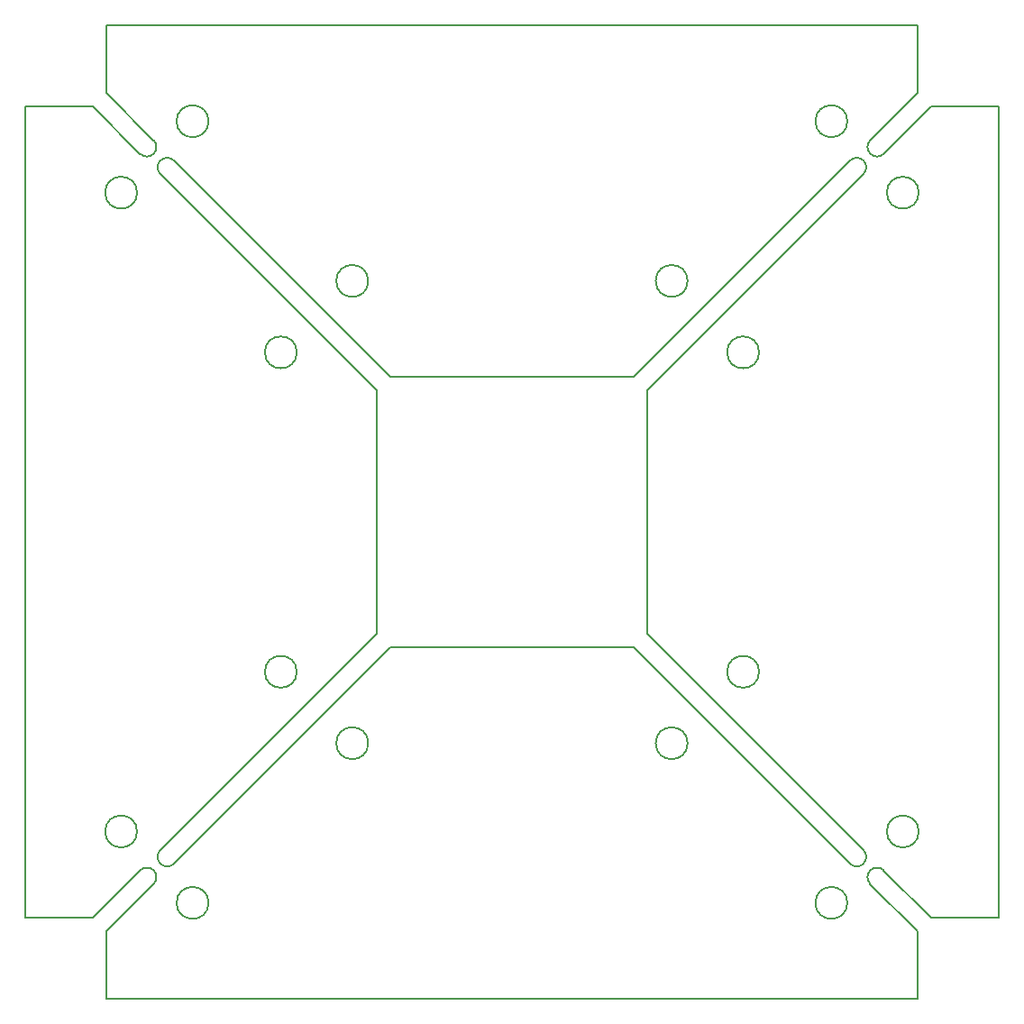
<source format=gm1>
G04 #@! TF.FileFunction,Profile,NP*
%FSLAX46Y46*%
G04 Gerber Fmt 4.6, Leading zero omitted, Abs format (unit mm)*
G04 Created by KiCad (PCBNEW 4.0.1-stable) date 2017/04/12 16:11:32*
%MOMM*%
G01*
G04 APERTURE LIST*
%ADD10C,0.100000*%
%ADD11C,0.150000*%
G04 APERTURE END LIST*
D10*
D11*
X124460000Y-41910000D02*
G75*
G03X124460000Y-43180000I635000J-635000D01*
G01*
X125730000Y-41910000D02*
G75*
G03X124460000Y-41910000I-635000J-635000D01*
G01*
X123825000Y-41275000D02*
G75*
G03X123825000Y-40005000I-635000J635000D01*
G01*
X122555000Y-41275000D02*
G75*
G03X123825000Y-41275000I635000J635000D01*
G01*
X190500000Y-41910000D02*
G75*
G03X189230000Y-41910000I-635000J-635000D01*
G01*
X190500000Y-43180000D02*
G75*
G03X190500000Y-41910000I-635000J635000D01*
G01*
X191135000Y-40005000D02*
G75*
G03X191135000Y-41275000I635000J-635000D01*
G01*
X191135000Y-41275000D02*
G75*
G03X192405000Y-41275000I635000J635000D01*
G01*
X192405000Y-108585000D02*
G75*
G03X191135000Y-108585000I-635000J-635000D01*
G01*
X191135000Y-108585000D02*
G75*
G03X191135000Y-109855000I635000J-635000D01*
G01*
X189230000Y-107950000D02*
G75*
G03X190500000Y-107950000I635000J635000D01*
G01*
X190500000Y-107950000D02*
G75*
G03X190500000Y-106680000I-635000J635000D01*
G01*
X124460000Y-106680000D02*
G75*
G03X124460000Y-107950000I635000J-635000D01*
G01*
X124460000Y-107950000D02*
G75*
G03X125730000Y-107950000I635000J635000D01*
G01*
X123825000Y-109855000D02*
G75*
G03X123825000Y-108585000I-635000J635000D01*
G01*
X123825000Y-108585000D02*
G75*
G03X122555000Y-108585000I-635000J-635000D01*
G01*
X195580000Y-29210000D02*
X119380000Y-29210000D01*
X195580000Y-29210000D02*
X195580000Y-35560000D01*
X119380000Y-35560000D02*
X119380000Y-29210000D01*
X188980000Y-38220000D02*
G75*
G03X188980000Y-38220000I-1500000J0D01*
G01*
X173980000Y-53220000D02*
G75*
G03X173980000Y-53220000I-1500000J0D01*
G01*
X128980000Y-38220000D02*
G75*
G03X128980000Y-38220000I-1500000J0D01*
G01*
X195580000Y-35560000D02*
X191135000Y-40005000D01*
X119380000Y-35560000D02*
X123825000Y-40005000D01*
X125730000Y-41910000D02*
X139700000Y-55880000D01*
X139700000Y-55880000D02*
X146050000Y-62230000D01*
X146050000Y-62230000D02*
X168910000Y-62230000D01*
X168910000Y-62230000D02*
X175260000Y-55880000D01*
X189230000Y-41910000D02*
X175260000Y-55880000D01*
X143980000Y-53220000D02*
G75*
G03X143980000Y-53220000I-1500000J0D01*
G01*
X137270000Y-89930000D02*
G75*
G03X137270000Y-89930000I-1500000J0D01*
G01*
X124460000Y-43180000D02*
X138430000Y-57150000D01*
X144780000Y-63500000D02*
X138430000Y-57150000D01*
X144780000Y-86360000D02*
X144780000Y-63500000D01*
X138430000Y-92710000D02*
X144780000Y-86360000D01*
X124460000Y-106680000D02*
X138430000Y-92710000D01*
X118110000Y-113030000D02*
X122555000Y-108585000D01*
X118110000Y-36830000D02*
X122555000Y-41275000D01*
X122270000Y-104930000D02*
G75*
G03X122270000Y-104930000I-1500000J0D01*
G01*
X137270000Y-59930000D02*
G75*
G03X137270000Y-59930000I-1500000J0D01*
G01*
X122270000Y-44930000D02*
G75*
G03X122270000Y-44930000I-1500000J0D01*
G01*
X118110000Y-113030000D02*
X111760000Y-113030000D01*
X111760000Y-36830000D02*
X118110000Y-36830000D01*
X111760000Y-36830000D02*
X111760000Y-113030000D01*
X203200000Y-113030000D02*
X203200000Y-36830000D01*
X203200000Y-113030000D02*
X196850000Y-113030000D01*
X196850000Y-36830000D02*
X203200000Y-36830000D01*
X195690000Y-104930000D02*
G75*
G03X195690000Y-104930000I-1500000J0D01*
G01*
X180690000Y-89930000D02*
G75*
G03X180690000Y-89930000I-1500000J0D01*
G01*
X195690000Y-44930000D02*
G75*
G03X195690000Y-44930000I-1500000J0D01*
G01*
X196850000Y-113030000D02*
X192405000Y-108585000D01*
X196850000Y-36830000D02*
X192405000Y-41275000D01*
X190500000Y-43180000D02*
X176530000Y-57150000D01*
X176530000Y-57150000D02*
X170180000Y-63500000D01*
X170180000Y-63500000D02*
X170180000Y-86360000D01*
X170180000Y-86360000D02*
X176530000Y-92710000D01*
X190500000Y-106680000D02*
X176530000Y-92710000D01*
X180690000Y-59930000D02*
G75*
G03X180690000Y-59930000I-1500000J0D01*
G01*
X173980000Y-96640000D02*
G75*
G03X173980000Y-96640000I-1500000J0D01*
G01*
X125730000Y-107950000D02*
X139700000Y-93980000D01*
X146050000Y-87630000D02*
X139700000Y-93980000D01*
X168910000Y-87630000D02*
X146050000Y-87630000D01*
X175260000Y-93980000D02*
X168910000Y-87630000D01*
X189230000Y-107950000D02*
X175260000Y-93980000D01*
X195580000Y-114300000D02*
X191135000Y-109855000D01*
X119380000Y-114300000D02*
X123825000Y-109855000D01*
X188980000Y-111640000D02*
G75*
G03X188980000Y-111640000I-1500000J0D01*
G01*
X143980000Y-96640000D02*
G75*
G03X143980000Y-96640000I-1500000J0D01*
G01*
X128980000Y-111640000D02*
G75*
G03X128980000Y-111640000I-1500000J0D01*
G01*
X195580000Y-114300000D02*
X195580000Y-120650000D01*
X119380000Y-120650000D02*
X119380000Y-114300000D01*
X119380000Y-120650000D02*
X195580000Y-120650000D01*
M02*

</source>
